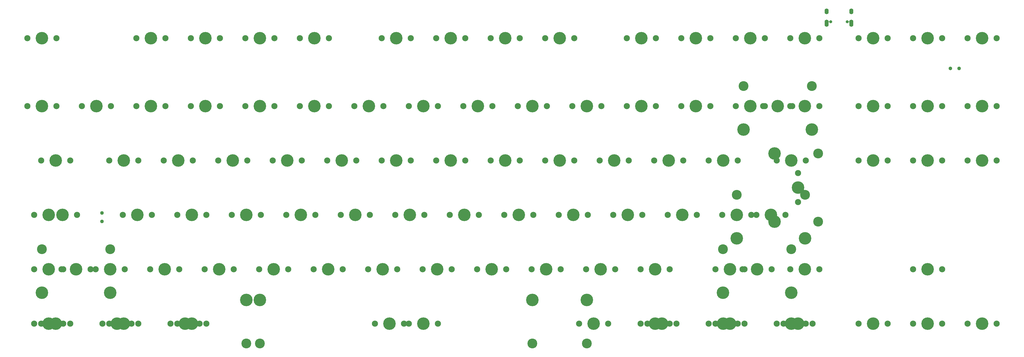
<source format=gbr>
%TF.GenerationSoftware,KiCad,Pcbnew,(6.0.0-0)*%
%TF.CreationDate,2021-12-31T13:36:48+01:00*%
%TF.ProjectId,KBD8X-MK2,4b424438-582d-44d4-9b32-2e6b69636164,rev?*%
%TF.SameCoordinates,Original*%
%TF.FileFunction,Soldermask,Top*%
%TF.FilePolarity,Negative*%
%FSLAX46Y46*%
G04 Gerber Fmt 4.6, Leading zero omitted, Abs format (unit mm)*
G04 Created by KiCad (PCBNEW (6.0.0-0)) date 2021-12-31 13:36:48*
%MOMM*%
%LPD*%
G01*
G04 APERTURE LIST*
%ADD10C,4.387800*%
%ADD11C,2.150000*%
%ADD12C,3.448000*%
%ADD13C,1.050000*%
%ADD14O,1.400000X2.500000*%
%ADD15O,1.400000X2.000000*%
%ADD16C,1.300000*%
G04 APERTURE END LIST*
D10*
%TO.C,MX_.1*%
X242887500Y-120650000D03*
D11*
X247967500Y-120650000D03*
X237807500Y-120650000D03*
%TD*%
%TO.C,MX_\u002C1*%
X218757500Y-120650000D03*
X228917500Y-120650000D03*
D10*
X223837500Y-120650000D03*
%TD*%
D11*
%TO.C,MX_#1*%
X71755000Y-63500000D03*
X61595000Y-63500000D03*
D10*
X66675000Y-63500000D03*
%TD*%
%TO.C,MX_#2*%
X85725000Y-63500000D03*
D11*
X90805000Y-63500000D03*
X80645000Y-63500000D03*
%TD*%
D10*
%TO.C,MX_#3*%
X104775000Y-63500000D03*
D11*
X99695000Y-63500000D03*
X109855000Y-63500000D03*
%TD*%
%TO.C,MX_#4*%
X118745000Y-63500000D03*
X128905000Y-63500000D03*
D10*
X123825000Y-63500000D03*
%TD*%
D11*
%TO.C,MX_#5*%
X147955000Y-63500000D03*
D10*
X142875000Y-63500000D03*
D11*
X137795000Y-63500000D03*
%TD*%
D10*
%TO.C,MX_#6*%
X161925000Y-63500000D03*
D11*
X167005000Y-63500000D03*
X156845000Y-63500000D03*
%TD*%
%TO.C,MX_#7*%
X186055000Y-63500000D03*
D10*
X180975000Y-63500000D03*
D11*
X175895000Y-63500000D03*
%TD*%
%TO.C,MX_#9*%
X224155000Y-63500000D03*
D10*
X219075000Y-63500000D03*
D11*
X213995000Y-63500000D03*
%TD*%
%TO.C,MX_#0_1*%
X233045000Y-63500000D03*
X243205000Y-63500000D03*
D10*
X238125000Y-63500000D03*
%TD*%
D11*
%TO.C,MX_'1*%
X266382500Y-101600000D03*
D10*
X271462500Y-101600000D03*
D11*
X276542500Y-101600000D03*
%TD*%
%TO.C,MX_-1*%
X252095000Y-63500000D03*
D10*
X257175000Y-63500000D03*
D11*
X262255000Y-63500000D03*
%TD*%
D10*
%TO.C,MX_/1*%
X261937500Y-120650000D03*
D11*
X256857500Y-120650000D03*
X267017500Y-120650000D03*
%TD*%
D10*
%TO.C,MX_;1*%
X252412500Y-101600000D03*
D11*
X247332500Y-101600000D03*
X257492500Y-101600000D03*
%TD*%
%TO.C,MX_=1*%
X271145000Y-63500000D03*
D10*
X276225000Y-63500000D03*
D11*
X281305000Y-63500000D03*
%TD*%
D10*
%TO.C,MX_[1*%
X266700000Y-82550000D03*
D11*
X271780000Y-82550000D03*
X261620000Y-82550000D03*
%TD*%
D10*
%TO.C,MX_\u005C1*%
X309562500Y-82550000D03*
D11*
X314642500Y-82550000D03*
X304482500Y-82550000D03*
%TD*%
%TO.C,MX_\u005C2*%
X285432500Y-101600000D03*
D10*
X290512500Y-101600000D03*
D11*
X295592500Y-101600000D03*
%TD*%
D10*
%TO.C,MX_]1*%
X285750000Y-82550000D03*
D11*
X280670000Y-82550000D03*
X290830000Y-82550000D03*
%TD*%
%TO.C,MX_`1*%
X42545000Y-63500000D03*
X52705000Y-63500000D03*
D10*
X47625000Y-63500000D03*
%TD*%
D11*
%TO.C,MX_A1*%
X86042500Y-101600000D03*
D10*
X80962500Y-101600000D03*
D11*
X75882500Y-101600000D03*
%TD*%
D10*
%TO.C,MX_B1*%
X166687500Y-120650000D03*
D11*
X161607500Y-120650000D03*
X171767500Y-120650000D03*
%TD*%
%TO.C,MX_BACK1*%
X299720000Y-63500000D03*
D10*
X316738000Y-71755000D03*
D12*
X316738000Y-56515000D03*
X292862000Y-56515000D03*
D10*
X292862000Y-71755000D03*
D11*
X309880000Y-63500000D03*
D10*
X304800000Y-63500000D03*
%TD*%
D11*
%TO.C,MX_BACK2*%
X300355000Y-63500000D03*
D10*
X295275000Y-63500000D03*
D11*
X290195000Y-63500000D03*
%TD*%
D10*
%TO.C,MX_BACK3*%
X314325000Y-63500000D03*
D11*
X319405000Y-63500000D03*
X309245000Y-63500000D03*
%TD*%
%TO.C,MX_C1*%
X123507500Y-120650000D03*
X133667500Y-120650000D03*
D10*
X128587500Y-120650000D03*
%TD*%
D11*
%TO.C,MX_CLOCK1*%
X49688750Y-101600000D03*
D10*
X54768750Y-101600000D03*
D11*
X59848750Y-101600000D03*
%TD*%
%TO.C,MX_CLOCK2*%
X55086250Y-101600000D03*
X44926250Y-101600000D03*
D10*
X50006250Y-101600000D03*
%TD*%
%TO.C,MX_D1*%
X119062500Y-101600000D03*
D11*
X124142500Y-101600000D03*
X113982500Y-101600000D03*
%TD*%
%TO.C,MX_DEL1*%
X333057500Y-82550000D03*
D10*
X338137500Y-82550000D03*
D11*
X343217500Y-82550000D03*
%TD*%
D10*
%TO.C,MX_DN1*%
X357187500Y-139700000D03*
D11*
X352107500Y-139700000D03*
X362267500Y-139700000D03*
%TD*%
%TO.C,MX_E1*%
X119380000Y-82550000D03*
X109220000Y-82550000D03*
D10*
X114300000Y-82550000D03*
%TD*%
%TO.C,MX_END1*%
X357187500Y-82550000D03*
D11*
X362267500Y-82550000D03*
X352107500Y-82550000D03*
%TD*%
%TO.C,MX_ESC1*%
X42545000Y-39687500D03*
X52705000Y-39687500D03*
D10*
X47625000Y-39687500D03*
%TD*%
D11*
%TO.C,MX_F1*%
X143192500Y-101600000D03*
X133032500Y-101600000D03*
D10*
X138112500Y-101600000D03*
%TD*%
%TO.C,MX_FN1*%
X85725000Y-39687500D03*
D11*
X90805000Y-39687500D03*
X80645000Y-39687500D03*
%TD*%
D10*
%TO.C,MX_FN2*%
X104775000Y-39687500D03*
D11*
X99695000Y-39687500D03*
X109855000Y-39687500D03*
%TD*%
%TO.C,MX_FN3*%
X128905000Y-39687500D03*
D10*
X123825000Y-39687500D03*
D11*
X118745000Y-39687500D03*
%TD*%
%TO.C,MX_FN4*%
X137795000Y-39687500D03*
X147955000Y-39687500D03*
D10*
X142875000Y-39687500D03*
%TD*%
D11*
%TO.C,MX_FN5*%
X166370000Y-39687500D03*
D10*
X171450000Y-39687500D03*
D11*
X176530000Y-39687500D03*
%TD*%
%TO.C,MX_FN6*%
X195580000Y-39687500D03*
D10*
X190500000Y-39687500D03*
D11*
X185420000Y-39687500D03*
%TD*%
D10*
%TO.C,MX_FN7*%
X209550000Y-39687500D03*
D11*
X204470000Y-39687500D03*
X214630000Y-39687500D03*
%TD*%
%TO.C,MX_FN8*%
X233680000Y-39687500D03*
D10*
X228600000Y-39687500D03*
D11*
X223520000Y-39687500D03*
%TD*%
D10*
%TO.C,MX_FN9*%
X257175000Y-39687500D03*
D11*
X252095000Y-39687500D03*
X262255000Y-39687500D03*
%TD*%
D10*
%TO.C,MX_FN10*%
X276225000Y-39687500D03*
D11*
X271145000Y-39687500D03*
X281305000Y-39687500D03*
%TD*%
%TO.C,MX_FN11*%
X300355000Y-39687500D03*
X290195000Y-39687500D03*
D10*
X295275000Y-39687500D03*
%TD*%
D11*
%TO.C,MX_FN12*%
X319405000Y-39687500D03*
D10*
X314325000Y-39687500D03*
D11*
X309245000Y-39687500D03*
%TD*%
%TO.C,MX_G1*%
X162242500Y-101600000D03*
X152082500Y-101600000D03*
D10*
X157162500Y-101600000D03*
%TD*%
D11*
%TO.C,MX_H1*%
X181292500Y-101600000D03*
D10*
X176212500Y-101600000D03*
D11*
X171132500Y-101600000D03*
%TD*%
%TO.C,MX_HOME1*%
X362267500Y-63500000D03*
D10*
X357187500Y-63500000D03*
D11*
X352107500Y-63500000D03*
%TD*%
D10*
%TO.C,MX_I1*%
X209550000Y-82550000D03*
D11*
X204470000Y-82550000D03*
X214630000Y-82550000D03*
%TD*%
D10*
%TO.C,MX_INS1*%
X338137500Y-63500000D03*
D11*
X333057500Y-63500000D03*
X343217500Y-63500000D03*
%TD*%
%TO.C,MX_J1*%
X200342500Y-101600000D03*
X190182500Y-101600000D03*
D10*
X195262500Y-101600000D03*
%TD*%
%TO.C,MX_K1*%
X214312500Y-101600000D03*
D11*
X209232500Y-101600000D03*
X219392500Y-101600000D03*
%TD*%
D10*
%TO.C,MX_L1*%
X233362500Y-101600000D03*
D11*
X238442500Y-101600000D03*
X228282500Y-101600000D03*
%TD*%
D10*
%TO.C,MX_LALT1*%
X97631250Y-139700000D03*
D11*
X102711250Y-139700000D03*
X92551250Y-139700000D03*
%TD*%
%TO.C,MX_LALT2*%
X94932500Y-139700000D03*
X105092500Y-139700000D03*
D10*
X100012500Y-139700000D03*
%TD*%
D11*
%TO.C,MX_LCTRL1*%
X55086250Y-139700000D03*
D10*
X50006250Y-139700000D03*
D11*
X44926250Y-139700000D03*
%TD*%
D10*
%TO.C,MX_LCTRL2*%
X52387500Y-139700000D03*
D11*
X47307500Y-139700000D03*
X57467500Y-139700000D03*
%TD*%
%TO.C,MX_LFT1*%
X333057500Y-139700000D03*
X343217500Y-139700000D03*
D10*
X338137500Y-139700000D03*
%TD*%
D11*
%TO.C,MX_LGUI1*%
X78898750Y-139700000D03*
D10*
X73818750Y-139700000D03*
D11*
X68738750Y-139700000D03*
%TD*%
D10*
%TO.C,MX_LGUI2*%
X76200000Y-139700000D03*
D11*
X81280000Y-139700000D03*
X71120000Y-139700000D03*
%TD*%
D12*
%TO.C,MX_LSHIFT1*%
X71469250Y-113665000D03*
D11*
X64611250Y-120650000D03*
X54451250Y-120650000D03*
D10*
X47593250Y-128905000D03*
X59531250Y-120650000D03*
X71469250Y-128905000D03*
D12*
X47593250Y-113665000D03*
%TD*%
D10*
%TO.C,MX_LSHIFT2*%
X50006250Y-120650000D03*
D11*
X55086250Y-120650000D03*
X44926250Y-120650000D03*
%TD*%
%TO.C,MX_LSHIFT3*%
X76517500Y-120650000D03*
X66357500Y-120650000D03*
D10*
X71437500Y-120650000D03*
%TD*%
%TO.C,MX_M1*%
X204787500Y-120650000D03*
D11*
X209867500Y-120650000D03*
X199707500Y-120650000D03*
%TD*%
D10*
%TO.C,MX_N1*%
X185737500Y-120650000D03*
D11*
X190817500Y-120650000D03*
X180657500Y-120650000D03*
%TD*%
%TO.C,MX_O1*%
X223520000Y-82550000D03*
D10*
X228600000Y-82550000D03*
D11*
X233680000Y-82550000D03*
%TD*%
%TO.C,MX_P1*%
X242570000Y-82550000D03*
X252730000Y-82550000D03*
D10*
X247650000Y-82550000D03*
%TD*%
%TO.C,MX_PAUSE1*%
X376237500Y-39687500D03*
D11*
X371157500Y-39687500D03*
X381317500Y-39687500D03*
%TD*%
D10*
%TO.C,MX_PGDN1*%
X376237500Y-82550000D03*
D11*
X381317500Y-82550000D03*
X371157500Y-82550000D03*
%TD*%
%TO.C,MX_PGUP1*%
X381317500Y-63500000D03*
D10*
X376237500Y-63500000D03*
D11*
X371157500Y-63500000D03*
%TD*%
%TO.C,MX_PRINT1*%
X343217500Y-39687500D03*
D10*
X338137500Y-39687500D03*
D11*
X333057500Y-39687500D03*
%TD*%
%TO.C,MX_Q1*%
X71120000Y-82550000D03*
X81280000Y-82550000D03*
D10*
X76200000Y-82550000D03*
%TD*%
D11*
%TO.C,MX_R1*%
X128270000Y-82550000D03*
D10*
X133350000Y-82550000D03*
D11*
X138430000Y-82550000D03*
%TD*%
%TO.C,MX_RALT1*%
X245586250Y-139700000D03*
X235426250Y-139700000D03*
D10*
X240506250Y-139700000D03*
%TD*%
D11*
%TO.C,MX_RALT2*%
X256857500Y-139700000D03*
X267017500Y-139700000D03*
D10*
X261937500Y-139700000D03*
%TD*%
%TO.C,MX_RCTRL1*%
X311943750Y-139700000D03*
D11*
X306863750Y-139700000D03*
X317023750Y-139700000D03*
%TD*%
D10*
%TO.C,MX_RCTRL2*%
X309562500Y-139700000D03*
D11*
X304482500Y-139700000D03*
X314642500Y-139700000D03*
%TD*%
%TO.C,MX_RETURN1*%
X297338750Y-101600000D03*
D10*
X314356750Y-109855000D03*
X290480750Y-109855000D03*
D12*
X314356750Y-94615000D03*
D11*
X307498750Y-101600000D03*
D10*
X302418750Y-101600000D03*
D12*
X290480750Y-94615000D03*
%TD*%
D11*
%TO.C,MX_RGUI1*%
X269398750Y-139700000D03*
D10*
X264318750Y-139700000D03*
D11*
X259238750Y-139700000D03*
%TD*%
%TO.C,MX_RGUI2*%
X290830000Y-139700000D03*
D10*
X285750000Y-139700000D03*
D11*
X280670000Y-139700000D03*
%TD*%
D10*
%TO.C,MX_RMENU1*%
X288131250Y-139700000D03*
D11*
X283051250Y-139700000D03*
X293211250Y-139700000D03*
%TD*%
D10*
%TO.C,MX_RSHIFT1*%
X297656250Y-120650000D03*
D12*
X309594250Y-113665000D03*
D11*
X292576250Y-120650000D03*
D10*
X309594250Y-128905000D03*
D11*
X302736250Y-120650000D03*
D12*
X285718250Y-113665000D03*
D10*
X285718250Y-128905000D03*
%TD*%
%TO.C,MX_RSHIFT2*%
X288131250Y-120650000D03*
D11*
X283051250Y-120650000D03*
X293211250Y-120650000D03*
%TD*%
%TO.C,MX_RSHIFT3*%
X309245000Y-120650000D03*
X319405000Y-120650000D03*
D10*
X314325000Y-120650000D03*
%TD*%
D11*
%TO.C,MX_RT1*%
X371157500Y-139700000D03*
D10*
X376237500Y-139700000D03*
D11*
X381317500Y-139700000D03*
%TD*%
D10*
%TO.C,MX_S1*%
X100012500Y-101600000D03*
D11*
X94932500Y-101600000D03*
X105092500Y-101600000D03*
%TD*%
%TO.C,MX_SP1*%
X174148750Y-139700000D03*
D12*
X219068650Y-146685000D03*
D10*
X119068850Y-131445000D03*
X219068650Y-131445000D03*
D12*
X119068850Y-146685000D03*
D10*
X169068750Y-139700000D03*
D11*
X163988750Y-139700000D03*
%TD*%
D10*
%TO.C,MX_SP2*%
X238125000Y-131445000D03*
D11*
X186055000Y-139700000D03*
D10*
X180975000Y-139700000D03*
D12*
X123825000Y-146685000D03*
D11*
X175895000Y-139700000D03*
D12*
X238125000Y-146685000D03*
D10*
X123825000Y-131445000D03*
%TD*%
D11*
%TO.C,MX_T1*%
X147320000Y-82550000D03*
X157480000Y-82550000D03*
D10*
X152400000Y-82550000D03*
%TD*%
D11*
%TO.C,MX_U1*%
X185420000Y-82550000D03*
X195580000Y-82550000D03*
D10*
X190500000Y-82550000D03*
%TD*%
%TO.C,MX_UP1*%
X357187500Y-120650000D03*
D11*
X352107500Y-120650000D03*
X362267500Y-120650000D03*
%TD*%
D10*
%TO.C,MX_V1*%
X147637500Y-120650000D03*
D11*
X152717500Y-120650000D03*
X142557500Y-120650000D03*
%TD*%
D10*
%TO.C,MX_W1*%
X95250000Y-82550000D03*
D11*
X100330000Y-82550000D03*
X90170000Y-82550000D03*
%TD*%
%TO.C,MX_X1*%
X114617500Y-120650000D03*
D10*
X109537500Y-120650000D03*
D11*
X104457500Y-120650000D03*
%TD*%
D10*
%TO.C,MX_Y1*%
X171450000Y-82550000D03*
D11*
X176530000Y-82550000D03*
X166370000Y-82550000D03*
%TD*%
D10*
%TO.C,MX_Z1*%
X90487500Y-120650000D03*
D11*
X85407500Y-120650000D03*
X95567500Y-120650000D03*
%TD*%
D12*
%TO.C,MX_RETURN2*%
X318928750Y-104013000D03*
D11*
X311943750Y-97155000D03*
D10*
X311943750Y-92075000D03*
D11*
X311943750Y-86995000D03*
D10*
X303688750Y-80137000D03*
D12*
X318928750Y-80137000D03*
D10*
X303688750Y-104013000D03*
%TD*%
%TO.C,MX_#8*%
X200025000Y-63500000D03*
D11*
X194945000Y-63500000D03*
X205105000Y-63500000D03*
%TD*%
%TO.C,MX_TAB1*%
X47307500Y-82550000D03*
D10*
X52387500Y-82550000D03*
D11*
X57467500Y-82550000D03*
%TD*%
%TO.C,MX_SLOCK1*%
X352107500Y-39687500D03*
X362267500Y-39687500D03*
D10*
X357187500Y-39687500D03*
%TD*%
D13*
%TO.C,USB1*%
X323341250Y-33937125D03*
X329121250Y-33937125D03*
D14*
X321911250Y-34467125D03*
D15*
X330551250Y-30287125D03*
D14*
X330551250Y-34467125D03*
D15*
X321911250Y-30287125D03*
%TD*%
D16*
%TO.C,SW3*%
X68592500Y-103893750D03*
X68592500Y-100893750D03*
%TD*%
%TO.C,SW2*%
X365212500Y-50336250D03*
X368212500Y-50336250D03*
%TD*%
G36*
X312707928Y-94126435D02*
G01*
X312708547Y-94128431D01*
X312660916Y-94315976D01*
X312659535Y-94329695D01*
X312658366Y-94331319D01*
X312656377Y-94331118D01*
X312655579Y-94329860D01*
X312642881Y-94261441D01*
X312595434Y-94210988D01*
X312528030Y-94194142D01*
X312512069Y-94196043D01*
X312510231Y-94195255D01*
X312509995Y-94193269D01*
X312511190Y-94192163D01*
X312705966Y-94126045D01*
X312707928Y-94126435D01*
G37*
G36*
X314031387Y-92738753D02*
G01*
X314031881Y-92740155D01*
X314029012Y-92808988D01*
X314063997Y-92868760D01*
X314125901Y-92900210D01*
X314155168Y-92902106D01*
X314194747Y-92899928D01*
X314196531Y-92900831D01*
X314196641Y-92902828D01*
X314195127Y-92903907D01*
X313998725Y-92930636D01*
X313958442Y-92942378D01*
X313956499Y-92941903D01*
X313955939Y-92939983D01*
X313956088Y-92939573D01*
X313968798Y-92913800D01*
X314027989Y-92739429D01*
X314029493Y-92738110D01*
X314031387Y-92738753D01*
G37*
G36*
X329868429Y-33790045D02*
G01*
X329868869Y-33791578D01*
X329853287Y-33909932D01*
X329853250Y-33917135D01*
X329853250Y-34162197D01*
X329852250Y-34163929D01*
X329850250Y-34163929D01*
X329849331Y-34162760D01*
X329829654Y-34095745D01*
X329777311Y-34050390D01*
X329708758Y-34040533D01*
X329645711Y-34069326D01*
X329612987Y-34115212D01*
X329611167Y-34116042D01*
X329609539Y-34114881D01*
X329609511Y-34113286D01*
X329626412Y-34072483D01*
X329644233Y-33937125D01*
X329627329Y-33808732D01*
X329628094Y-33806884D01*
X329630077Y-33806623D01*
X329630908Y-33807266D01*
X329672044Y-33861730D01*
X329737041Y-33885655D01*
X329804651Y-33870643D01*
X329853526Y-33821349D01*
X329865013Y-33790617D01*
X329866556Y-33789344D01*
X329868429Y-33790045D01*
G37*
G36*
X322594344Y-33761118D02*
G01*
X322596098Y-33766329D01*
X322596190Y-33766751D01*
X322596548Y-33770041D01*
X322623238Y-33834275D01*
X322680173Y-33873711D01*
X322749390Y-33876107D01*
X322809002Y-33840647D01*
X322831930Y-33804090D01*
X322833697Y-33803154D01*
X322835391Y-33804217D01*
X322835607Y-33805414D01*
X322818267Y-33937125D01*
X322836088Y-34072483D01*
X322854122Y-34116021D01*
X322853861Y-34118004D01*
X322852013Y-34118769D01*
X322850666Y-34117975D01*
X322810517Y-34063646D01*
X322745776Y-34039040D01*
X322678010Y-34053343D01*
X322628711Y-34102037D01*
X322613186Y-34162086D01*
X322611785Y-34163512D01*
X322609848Y-34163012D01*
X322609250Y-34161585D01*
X322609250Y-33917249D01*
X322590462Y-33761996D01*
X322591247Y-33760157D01*
X322593233Y-33759916D01*
X322594344Y-33761118D01*
G37*
M02*

</source>
